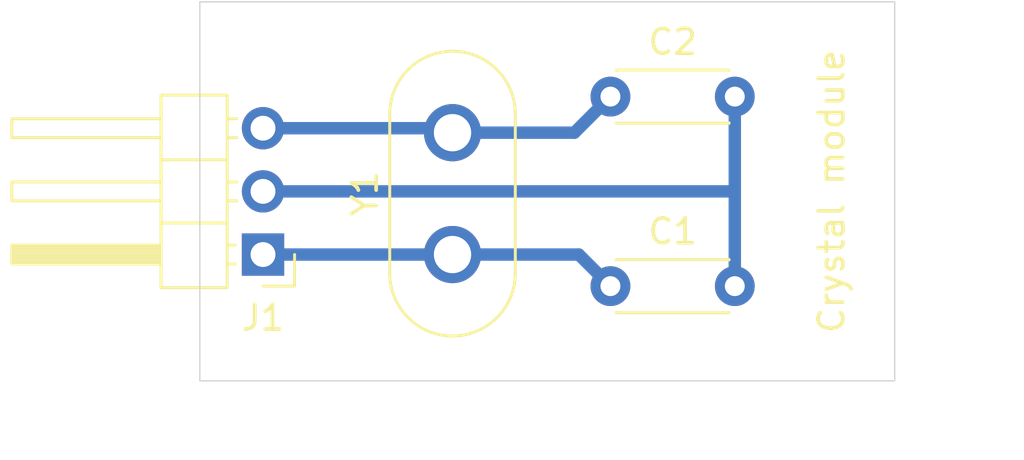
<source format=kicad_pcb>
(kicad_pcb (version 20171130) (host pcbnew 5.1.4-3.fc30)

  (general
    (thickness 1.6)
    (drawings 7)
    (tracks 11)
    (zones 0)
    (modules 4)
    (nets 4)
  )

  (page A4)
  (title_block
    (title "Crystal module for ATmega adapter v3 PCB")
    (date 2019-09-25)
    (rev 1.0)
    (company "mgr inż. Paweł Sobótka")
    (comment 1 "GNU GPLv3")
  )

  (layers
    (0 F.Cu jumper)
    (31 B.Cu signal)
    (32 B.Adhes user)
    (33 F.Adhes user)
    (34 B.Paste user)
    (35 F.Paste user)
    (36 B.SilkS user)
    (37 F.SilkS user)
    (38 B.Mask user)
    (39 F.Mask user)
    (40 Dwgs.User user)
    (41 Cmts.User user)
    (42 Eco1.User user)
    (43 Eco2.User user)
    (44 Edge.Cuts user)
    (45 Margin user)
    (46 B.CrtYd user)
    (47 F.CrtYd user)
    (48 B.Fab user)
    (49 F.Fab user)
  )

  (setup
    (last_trace_width 0.25)
    (user_trace_width 0.5)
    (trace_clearance 0.2)
    (zone_clearance 0.508)
    (zone_45_only no)
    (trace_min 0.2)
    (via_size 0.8)
    (via_drill 0.4)
    (via_min_size 0.4)
    (via_min_drill 0.3)
    (uvia_size 0.3)
    (uvia_drill 0.1)
    (uvias_allowed no)
    (uvia_min_size 0.2)
    (uvia_min_drill 0.1)
    (edge_width 0.05)
    (segment_width 0.2)
    (pcb_text_width 0.3)
    (pcb_text_size 1.5 1.5)
    (mod_edge_width 0.12)
    (mod_text_size 1 1)
    (mod_text_width 0.15)
    (pad_size 1.524 1.524)
    (pad_drill 0.762)
    (pad_to_mask_clearance 0.051)
    (solder_mask_min_width 0.25)
    (aux_axis_origin 132.08 91.44)
    (visible_elements FFFFFF7F)
    (pcbplotparams
      (layerselection 0x29160_ffffffff)
      (usegerberextensions false)
      (usegerberattributes true)
      (usegerberadvancedattributes true)
      (creategerberjobfile true)
      (excludeedgelayer true)
      (linewidth 0.150000)
      (plotframeref false)
      (viasonmask false)
      (mode 1)
      (useauxorigin true)
      (hpglpennumber 1)
      (hpglpenspeed 20)
      (hpglpendiameter 15.000000)
      (psnegative false)
      (psa4output false)
      (plotreference true)
      (plotvalue true)
      (plotinvisibletext false)
      (padsonsilk false)
      (subtractmaskfromsilk true)
      (outputformat 1)
      (mirror false)
      (drillshape 0)
      (scaleselection 1)
      (outputdirectory "gerbv/"))
  )

  (net 0 "")
  (net 1 "Net-(C1-Pad1)")
  (net 2 "Net-(C1-Pad2)")
  (net 3 "Net-(C2-Pad1)")

  (net_class Default "To jest domyślna klasa połączeń."
    (clearance 0.2)
    (trace_width 0.25)
    (via_dia 0.8)
    (via_drill 0.4)
    (uvia_dia 0.3)
    (uvia_drill 0.1)
    (add_net "Net-(C1-Pad1)")
    (add_net "Net-(C1-Pad2)")
    (add_net "Net-(C2-Pad1)")
  )

  (module Capacitor_THT:C_Disc_D4.3mm_W1.9mm_P5.00mm (layer F.Cu) (tedit 5AE50EF0) (tstamp 5D8BCEDA)
    (at 148.59 87.63)
    (descr "C, Disc series, Radial, pin pitch=5.00mm, , diameter*width=4.3*1.9mm^2, Capacitor, http://www.vishay.com/docs/45233/krseries.pdf")
    (tags "C Disc series Radial pin pitch 5.00mm  diameter 4.3mm width 1.9mm Capacitor")
    (path /5D8C1696)
    (fp_text reference C1 (at 2.5 -2.2) (layer F.SilkS)
      (effects (font (size 1 1) (thickness 0.15)))
    )
    (fp_text value 22p (at 2.5 2.2) (layer F.Fab)
      (effects (font (size 1 1) (thickness 0.15)))
    )
    (fp_line (start 0.35 -0.95) (end 0.35 0.95) (layer F.Fab) (width 0.1))
    (fp_line (start 0.35 0.95) (end 4.65 0.95) (layer F.Fab) (width 0.1))
    (fp_line (start 4.65 0.95) (end 4.65 -0.95) (layer F.Fab) (width 0.1))
    (fp_line (start 4.65 -0.95) (end 0.35 -0.95) (layer F.Fab) (width 0.1))
    (fp_line (start 0.23 -1.07) (end 4.77 -1.07) (layer F.SilkS) (width 0.12))
    (fp_line (start 0.23 1.07) (end 4.77 1.07) (layer F.SilkS) (width 0.12))
    (fp_line (start 0.23 -1.07) (end 0.23 -1.055) (layer F.SilkS) (width 0.12))
    (fp_line (start 0.23 1.055) (end 0.23 1.07) (layer F.SilkS) (width 0.12))
    (fp_line (start 4.77 -1.07) (end 4.77 -1.055) (layer F.SilkS) (width 0.12))
    (fp_line (start 4.77 1.055) (end 4.77 1.07) (layer F.SilkS) (width 0.12))
    (fp_line (start -1.05 -1.2) (end -1.05 1.2) (layer F.CrtYd) (width 0.05))
    (fp_line (start -1.05 1.2) (end 6.05 1.2) (layer F.CrtYd) (width 0.05))
    (fp_line (start 6.05 1.2) (end 6.05 -1.2) (layer F.CrtYd) (width 0.05))
    (fp_line (start 6.05 -1.2) (end -1.05 -1.2) (layer F.CrtYd) (width 0.05))
    (fp_text user %R (at 2.5 0) (layer F.Fab)
      (effects (font (size 0.86 0.86) (thickness 0.129)))
    )
    (pad 1 thru_hole circle (at 0 0) (size 1.6 1.6) (drill 0.8) (layers *.Cu *.Mask)
      (net 1 "Net-(C1-Pad1)"))
    (pad 2 thru_hole circle (at 5 0) (size 1.6 1.6) (drill 0.8) (layers *.Cu *.Mask)
      (net 2 "Net-(C1-Pad2)"))
    (model ${KISYS3DMOD}/Capacitor_THT.3dshapes/C_Disc_D4.3mm_W1.9mm_P5.00mm.wrl
      (at (xyz 0 0 0))
      (scale (xyz 1 1 1))
      (rotate (xyz 0 0 0))
    )
  )

  (module Capacitor_THT:C_Disc_D4.3mm_W1.9mm_P5.00mm (layer F.Cu) (tedit 5AE50EF0) (tstamp 5D8BCD43)
    (at 148.59 80.01)
    (descr "C, Disc series, Radial, pin pitch=5.00mm, , diameter*width=4.3*1.9mm^2, Capacitor, http://www.vishay.com/docs/45233/krseries.pdf")
    (tags "C Disc series Radial pin pitch 5.00mm  diameter 4.3mm width 1.9mm Capacitor")
    (path /5D8C1AAE)
    (fp_text reference C2 (at 2.5 -2.2) (layer F.SilkS)
      (effects (font (size 1 1) (thickness 0.15)))
    )
    (fp_text value 22p (at 2.5 2.2) (layer F.Fab)
      (effects (font (size 1 1) (thickness 0.15)))
    )
    (fp_text user %R (at 2.5 0) (layer F.Fab)
      (effects (font (size 0.86 0.86) (thickness 0.129)))
    )
    (fp_line (start 6.05 -1.2) (end -1.05 -1.2) (layer F.CrtYd) (width 0.05))
    (fp_line (start 6.05 1.2) (end 6.05 -1.2) (layer F.CrtYd) (width 0.05))
    (fp_line (start -1.05 1.2) (end 6.05 1.2) (layer F.CrtYd) (width 0.05))
    (fp_line (start -1.05 -1.2) (end -1.05 1.2) (layer F.CrtYd) (width 0.05))
    (fp_line (start 4.77 1.055) (end 4.77 1.07) (layer F.SilkS) (width 0.12))
    (fp_line (start 4.77 -1.07) (end 4.77 -1.055) (layer F.SilkS) (width 0.12))
    (fp_line (start 0.23 1.055) (end 0.23 1.07) (layer F.SilkS) (width 0.12))
    (fp_line (start 0.23 -1.07) (end 0.23 -1.055) (layer F.SilkS) (width 0.12))
    (fp_line (start 0.23 1.07) (end 4.77 1.07) (layer F.SilkS) (width 0.12))
    (fp_line (start 0.23 -1.07) (end 4.77 -1.07) (layer F.SilkS) (width 0.12))
    (fp_line (start 4.65 -0.95) (end 0.35 -0.95) (layer F.Fab) (width 0.1))
    (fp_line (start 4.65 0.95) (end 4.65 -0.95) (layer F.Fab) (width 0.1))
    (fp_line (start 0.35 0.95) (end 4.65 0.95) (layer F.Fab) (width 0.1))
    (fp_line (start 0.35 -0.95) (end 0.35 0.95) (layer F.Fab) (width 0.1))
    (pad 2 thru_hole circle (at 5 0) (size 1.6 1.6) (drill 0.8) (layers *.Cu *.Mask)
      (net 2 "Net-(C1-Pad2)"))
    (pad 1 thru_hole circle (at 0 0) (size 1.6 1.6) (drill 0.8) (layers *.Cu *.Mask)
      (net 3 "Net-(C2-Pad1)"))
    (model ${KISYS3DMOD}/Capacitor_THT.3dshapes/C_Disc_D4.3mm_W1.9mm_P5.00mm.wrl
      (at (xyz 0 0 0))
      (scale (xyz 1 1 1))
      (rotate (xyz 0 0 0))
    )
  )

  (module Connector_PinHeader_2.54mm:PinHeader_1x03_P2.54mm_Horizontal (layer F.Cu) (tedit 59FED5CB) (tstamp 5D8BC88D)
    (at 134.62 86.36 180)
    (descr "Through hole angled pin header, 1x03, 2.54mm pitch, 6mm pin length, single row")
    (tags "Through hole angled pin header THT 1x03 2.54mm single row")
    (path /5D8C0AC9)
    (fp_text reference J1 (at 0 -2.54) (layer F.SilkS)
      (effects (font (size 1 1) (thickness 0.15)))
    )
    (fp_text value XTAL_connector (at -2.54 2.54 90) (layer F.Fab)
      (effects (font (size 1 1) (thickness 0.15)))
    )
    (fp_line (start 2.135 -1.27) (end 4.04 -1.27) (layer F.Fab) (width 0.1))
    (fp_line (start 4.04 -1.27) (end 4.04 6.35) (layer F.Fab) (width 0.1))
    (fp_line (start 4.04 6.35) (end 1.5 6.35) (layer F.Fab) (width 0.1))
    (fp_line (start 1.5 6.35) (end 1.5 -0.635) (layer F.Fab) (width 0.1))
    (fp_line (start 1.5 -0.635) (end 2.135 -1.27) (layer F.Fab) (width 0.1))
    (fp_line (start -0.32 -0.32) (end 1.5 -0.32) (layer F.Fab) (width 0.1))
    (fp_line (start -0.32 -0.32) (end -0.32 0.32) (layer F.Fab) (width 0.1))
    (fp_line (start -0.32 0.32) (end 1.5 0.32) (layer F.Fab) (width 0.1))
    (fp_line (start 4.04 -0.32) (end 10.04 -0.32) (layer F.Fab) (width 0.1))
    (fp_line (start 10.04 -0.32) (end 10.04 0.32) (layer F.Fab) (width 0.1))
    (fp_line (start 4.04 0.32) (end 10.04 0.32) (layer F.Fab) (width 0.1))
    (fp_line (start -0.32 2.22) (end 1.5 2.22) (layer F.Fab) (width 0.1))
    (fp_line (start -0.32 2.22) (end -0.32 2.86) (layer F.Fab) (width 0.1))
    (fp_line (start -0.32 2.86) (end 1.5 2.86) (layer F.Fab) (width 0.1))
    (fp_line (start 4.04 2.22) (end 10.04 2.22) (layer F.Fab) (width 0.1))
    (fp_line (start 10.04 2.22) (end 10.04 2.86) (layer F.Fab) (width 0.1))
    (fp_line (start 4.04 2.86) (end 10.04 2.86) (layer F.Fab) (width 0.1))
    (fp_line (start -0.32 4.76) (end 1.5 4.76) (layer F.Fab) (width 0.1))
    (fp_line (start -0.32 4.76) (end -0.32 5.4) (layer F.Fab) (width 0.1))
    (fp_line (start -0.32 5.4) (end 1.5 5.4) (layer F.Fab) (width 0.1))
    (fp_line (start 4.04 4.76) (end 10.04 4.76) (layer F.Fab) (width 0.1))
    (fp_line (start 10.04 4.76) (end 10.04 5.4) (layer F.Fab) (width 0.1))
    (fp_line (start 4.04 5.4) (end 10.04 5.4) (layer F.Fab) (width 0.1))
    (fp_line (start 1.44 -1.33) (end 1.44 6.41) (layer F.SilkS) (width 0.12))
    (fp_line (start 1.44 6.41) (end 4.1 6.41) (layer F.SilkS) (width 0.12))
    (fp_line (start 4.1 6.41) (end 4.1 -1.33) (layer F.SilkS) (width 0.12))
    (fp_line (start 4.1 -1.33) (end 1.44 -1.33) (layer F.SilkS) (width 0.12))
    (fp_line (start 4.1 -0.38) (end 10.1 -0.38) (layer F.SilkS) (width 0.12))
    (fp_line (start 10.1 -0.38) (end 10.1 0.38) (layer F.SilkS) (width 0.12))
    (fp_line (start 10.1 0.38) (end 4.1 0.38) (layer F.SilkS) (width 0.12))
    (fp_line (start 4.1 -0.32) (end 10.1 -0.32) (layer F.SilkS) (width 0.12))
    (fp_line (start 4.1 -0.2) (end 10.1 -0.2) (layer F.SilkS) (width 0.12))
    (fp_line (start 4.1 -0.08) (end 10.1 -0.08) (layer F.SilkS) (width 0.12))
    (fp_line (start 4.1 0.04) (end 10.1 0.04) (layer F.SilkS) (width 0.12))
    (fp_line (start 4.1 0.16) (end 10.1 0.16) (layer F.SilkS) (width 0.12))
    (fp_line (start 4.1 0.28) (end 10.1 0.28) (layer F.SilkS) (width 0.12))
    (fp_line (start 1.11 -0.38) (end 1.44 -0.38) (layer F.SilkS) (width 0.12))
    (fp_line (start 1.11 0.38) (end 1.44 0.38) (layer F.SilkS) (width 0.12))
    (fp_line (start 1.44 1.27) (end 4.1 1.27) (layer F.SilkS) (width 0.12))
    (fp_line (start 4.1 2.16) (end 10.1 2.16) (layer F.SilkS) (width 0.12))
    (fp_line (start 10.1 2.16) (end 10.1 2.92) (layer F.SilkS) (width 0.12))
    (fp_line (start 10.1 2.92) (end 4.1 2.92) (layer F.SilkS) (width 0.12))
    (fp_line (start 1.042929 2.16) (end 1.44 2.16) (layer F.SilkS) (width 0.12))
    (fp_line (start 1.042929 2.92) (end 1.44 2.92) (layer F.SilkS) (width 0.12))
    (fp_line (start 1.44 3.81) (end 4.1 3.81) (layer F.SilkS) (width 0.12))
    (fp_line (start 4.1 4.7) (end 10.1 4.7) (layer F.SilkS) (width 0.12))
    (fp_line (start 10.1 4.7) (end 10.1 5.46) (layer F.SilkS) (width 0.12))
    (fp_line (start 10.1 5.46) (end 4.1 5.46) (layer F.SilkS) (width 0.12))
    (fp_line (start 1.042929 4.7) (end 1.44 4.7) (layer F.SilkS) (width 0.12))
    (fp_line (start 1.042929 5.46) (end 1.44 5.46) (layer F.SilkS) (width 0.12))
    (fp_line (start -1.27 0) (end -1.27 -1.27) (layer F.SilkS) (width 0.12))
    (fp_line (start -1.27 -1.27) (end 0 -1.27) (layer F.SilkS) (width 0.12))
    (fp_line (start -1.8 -1.8) (end -1.8 6.85) (layer F.CrtYd) (width 0.05))
    (fp_line (start -1.8 6.85) (end 10.55 6.85) (layer F.CrtYd) (width 0.05))
    (fp_line (start 10.55 6.85) (end 10.55 -1.8) (layer F.CrtYd) (width 0.05))
    (fp_line (start 10.55 -1.8) (end -1.8 -1.8) (layer F.CrtYd) (width 0.05))
    (fp_text user %R (at 2.77 2.54 90) (layer F.Fab)
      (effects (font (size 1 1) (thickness 0.15)))
    )
    (pad 1 thru_hole rect (at 0 0 180) (size 1.7 1.7) (drill 1) (layers *.Cu *.Mask)
      (net 1 "Net-(C1-Pad1)"))
    (pad 2 thru_hole oval (at 0 2.54 180) (size 1.7 1.7) (drill 1) (layers *.Cu *.Mask)
      (net 2 "Net-(C1-Pad2)"))
    (pad 3 thru_hole oval (at 0 5.08 180) (size 1.7 1.7) (drill 1) (layers *.Cu *.Mask)
      (net 3 "Net-(C2-Pad1)"))
    (model ${KISYS3DMOD}/Connector_PinHeader_2.54mm.3dshapes/PinHeader_1x03_P2.54mm_Horizontal.wrl
      (at (xyz 0 0 0))
      (scale (xyz 1 1 1))
      (rotate (xyz 0 0 0))
    )
  )

  (module Crystal:Crystal_HC50_Vertical (layer F.Cu) (tedit 5A1AD3B8) (tstamp 5D8BC8A4)
    (at 142.24 86.36 90)
    (descr "Crystal THT HC-50, http://www.crovencrystals.com/croven_pdf/HC-50_Crystal_Holder_Rev_00.pdf")
    (tags "THT crystalHC-50")
    (path /5D8C1025)
    (fp_text reference Y1 (at 2.45 -3.525 90) (layer F.SilkS)
      (effects (font (size 1 1) (thickness 0.15)))
    )
    (fp_text value XTAL (at 2.45 3.525 90) (layer F.Fab)
      (effects (font (size 1 1) (thickness 0.15)))
    )
    (fp_text user %R (at 2.45 0 90) (layer F.Fab)
      (effects (font (size 1 1) (thickness 0.15)))
    )
    (fp_line (start -0.75 -2.325) (end 5.65 -2.325) (layer F.Fab) (width 0.1))
    (fp_line (start -0.75 2.325) (end 5.65 2.325) (layer F.Fab) (width 0.1))
    (fp_line (start -0.75 -1.9) (end 5.65 -1.9) (layer F.Fab) (width 0.1))
    (fp_line (start -0.75 1.9) (end 5.65 1.9) (layer F.Fab) (width 0.1))
    (fp_line (start -0.75 -2.525) (end 5.65 -2.525) (layer F.SilkS) (width 0.12))
    (fp_line (start -0.75 2.525) (end 5.65 2.525) (layer F.SilkS) (width 0.12))
    (fp_line (start -3.6 -2.8) (end -3.6 2.8) (layer F.CrtYd) (width 0.05))
    (fp_line (start -3.6 2.8) (end 8.5 2.8) (layer F.CrtYd) (width 0.05))
    (fp_line (start 8.5 2.8) (end 8.5 -2.8) (layer F.CrtYd) (width 0.05))
    (fp_line (start 8.5 -2.8) (end -3.6 -2.8) (layer F.CrtYd) (width 0.05))
    (fp_arc (start -0.75 0) (end -0.75 -2.325) (angle -180) (layer F.Fab) (width 0.1))
    (fp_arc (start 5.65 0) (end 5.65 -2.325) (angle 180) (layer F.Fab) (width 0.1))
    (fp_arc (start -0.75 0) (end -0.75 -1.9) (angle -180) (layer F.Fab) (width 0.1))
    (fp_arc (start 5.65 0) (end 5.65 -1.9) (angle 180) (layer F.Fab) (width 0.1))
    (fp_arc (start -0.75 0) (end -0.75 -2.525) (angle -180) (layer F.SilkS) (width 0.12))
    (fp_arc (start 5.65 0) (end 5.65 -2.525) (angle 180) (layer F.SilkS) (width 0.12))
    (pad 1 thru_hole circle (at 0 0 90) (size 2.3 2.3) (drill 1.5) (layers *.Cu *.Mask)
      (net 1 "Net-(C1-Pad1)"))
    (pad 2 thru_hole circle (at 4.9 0 90) (size 2.3 2.3) (drill 1.5) (layers *.Cu *.Mask)
      (net 3 "Net-(C2-Pad1)"))
    (model ${KISYS3DMOD}/Crystal.3dshapes/Crystal_HC50_Vertical.wrl
      (at (xyz 0 0 0))
      (scale (xyz 1 1 1))
      (rotate (xyz 0 0 0))
    )
  )

  (dimension 15.24 (width 0.15) (layer Dwgs.User)
    (gr_text "15,240 mm" (at 163.86 83.82 90) (layer Dwgs.User)
      (effects (font (size 1 1) (thickness 0.15)))
    )
    (feature1 (pts (xy 160.02 76.2) (xy 163.146421 76.2)))
    (feature2 (pts (xy 160.02 91.44) (xy 163.146421 91.44)))
    (crossbar (pts (xy 162.56 91.44) (xy 162.56 76.2)))
    (arrow1a (pts (xy 162.56 76.2) (xy 163.146421 77.326504)))
    (arrow1b (pts (xy 162.56 76.2) (xy 161.973579 77.326504)))
    (arrow2a (pts (xy 162.56 91.44) (xy 163.146421 90.313496)))
    (arrow2b (pts (xy 162.56 91.44) (xy 161.973579 90.313496)))
  )
  (dimension 27.94 (width 0.15) (layer Dwgs.User)
    (gr_text "27,940 mm" (at 146.05 95.28) (layer Dwgs.User)
      (effects (font (size 1 1) (thickness 0.15)))
    )
    (feature1 (pts (xy 160.02 91.44) (xy 160.02 94.566421)))
    (feature2 (pts (xy 132.08 91.44) (xy 132.08 94.566421)))
    (crossbar (pts (xy 132.08 93.98) (xy 160.02 93.98)))
    (arrow1a (pts (xy 160.02 93.98) (xy 158.893496 94.566421)))
    (arrow1b (pts (xy 160.02 93.98) (xy 158.893496 93.393579)))
    (arrow2a (pts (xy 132.08 93.98) (xy 133.206504 94.566421)))
    (arrow2b (pts (xy 132.08 93.98) (xy 133.206504 93.393579)))
  )
  (gr_text "Crystal module" (at 157.48 83.82 90) (layer F.SilkS)
    (effects (font (size 1 1) (thickness 0.15)))
  )
  (gr_line (start 132.08 91.44) (end 132.08 76.2) (layer Edge.Cuts) (width 0.05) (tstamp 5D8BCDB0))
  (gr_line (start 160.02 91.44) (end 132.08 91.44) (layer Edge.Cuts) (width 0.05))
  (gr_line (start 160.02 76.2) (end 160.02 91.44) (layer Edge.Cuts) (width 0.05))
  (gr_line (start 132.08 76.2) (end 160.02 76.2) (layer Edge.Cuts) (width 0.05))

  (segment (start 134.62 86.36) (end 142.24 86.36) (width 0.5) (layer B.Cu) (net 1))
  (segment (start 147.32 86.36) (end 148.59 87.63) (width 0.5) (layer B.Cu) (net 1))
  (segment (start 142.24 86.36) (end 147.32 86.36) (width 0.5) (layer B.Cu) (net 1))
  (segment (start 153.51 83.82) (end 153.59 83.74) (width 0.5) (layer B.Cu) (net 2))
  (segment (start 134.62 83.82) (end 153.51 83.82) (width 0.5) (layer B.Cu) (net 2))
  (segment (start 153.59 80.01) (end 153.59 83.74) (width 0.5) (layer B.Cu) (net 2))
  (segment (start 153.59 83.74) (end 153.59 87.63) (width 0.5) (layer B.Cu) (net 2))
  (segment (start 142.06 81.28) (end 142.24 81.46) (width 0.5) (layer B.Cu) (net 3))
  (segment (start 134.62 81.28) (end 142.06 81.28) (width 0.5) (layer B.Cu) (net 3))
  (segment (start 147.14 81.46) (end 148.59 80.01) (width 0.5) (layer B.Cu) (net 3))
  (segment (start 142.24 81.46) (end 147.14 81.46) (width 0.5) (layer B.Cu) (net 3))

)

</source>
